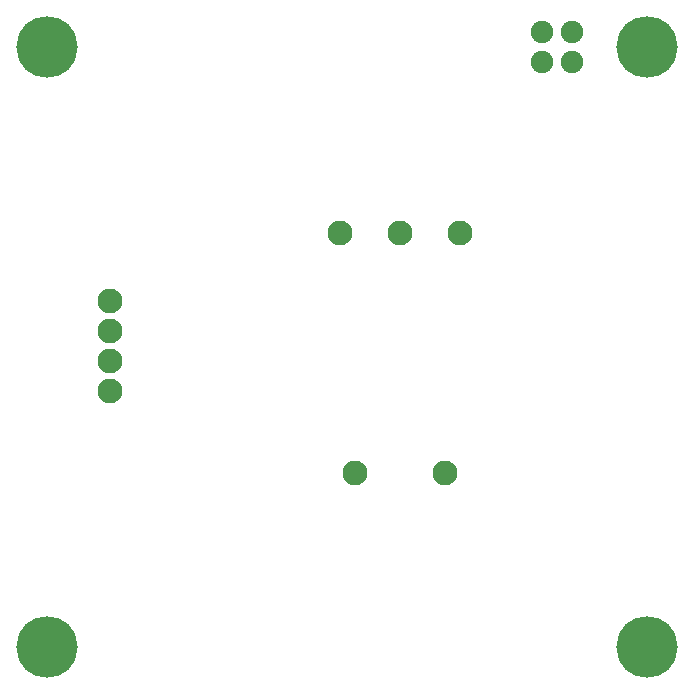
<source format=gbs>
G04 Layer: BottomSolderMaskLayer*
G04 EasyEDA v6.5.32, 2023-07-25 14:04:49*
G04 011ca2bd5c0445db9f1e9e00ee4858da,5a6b42c53f6a479593ecc07194224c93,10*
G04 Gerber Generator version 0.2*
G04 Scale: 100 percent, Rotated: No, Reflected: No *
G04 Dimensions in millimeters *
G04 leading zeros omitted , absolute positions ,4 integer and 5 decimal *
%FSLAX45Y45*%
%MOMM*%

%ADD10C,5.2032*%
%ADD11C,2.1016*%
%ADD12C,1.9016*%

%LPD*%
D10*
G01*
X381000Y5461000D03*
G01*
X5461000Y5461000D03*
G01*
X5461000Y381000D03*
G01*
X381000Y381000D03*
D11*
G01*
X910818Y2545714D03*
G01*
X910818Y3307714D03*
G01*
X910818Y3053714D03*
G01*
X910818Y2799714D03*
D12*
G01*
X4572000Y5588000D03*
G01*
X4572000Y5334000D03*
G01*
X4826000Y5334000D03*
G01*
X4826000Y5588000D03*
D11*
G01*
X2984500Y1854200D03*
G01*
X3746500Y1854200D03*
G01*
X3365500Y3886200D03*
G01*
X3873500Y3886200D03*
G01*
X2857500Y3886200D03*
M02*

</source>
